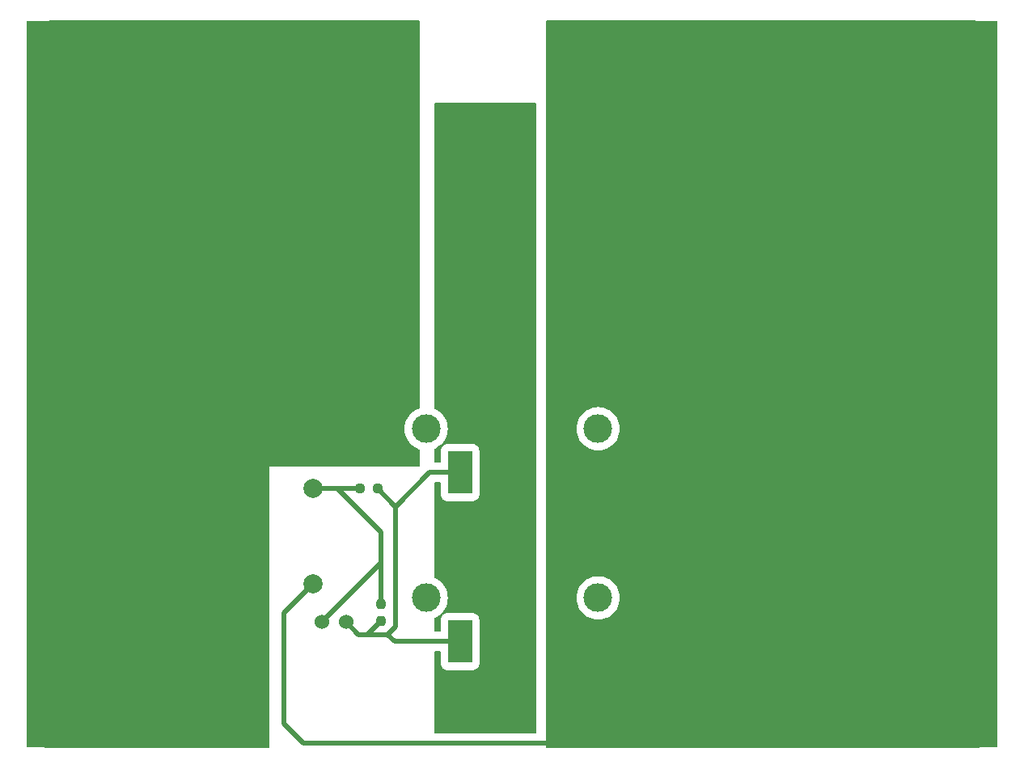
<source format=gtl>
G04 #@! TF.GenerationSoftware,KiCad,Pcbnew,7.0.5*
G04 #@! TF.CreationDate,2024-02-23T12:49:32-06:00*
G04 #@! TF.ProjectId,CoilFiringBoard_Hardware,436f696c-4669-4726-996e-67426f617264,rev?*
G04 #@! TF.SameCoordinates,Original*
G04 #@! TF.FileFunction,Copper,L1,Top*
G04 #@! TF.FilePolarity,Positive*
%FSLAX46Y46*%
G04 Gerber Fmt 4.6, Leading zero omitted, Abs format (unit mm)*
G04 Created by KiCad (PCBNEW 7.0.5) date 2024-02-23 12:49:32*
%MOMM*%
%LPD*%
G01*
G04 APERTURE LIST*
G04 Aperture macros list*
%AMRoundRect*
0 Rectangle with rounded corners*
0 $1 Rounding radius*
0 $2 $3 $4 $5 $6 $7 $8 $9 X,Y pos of 4 corners*
0 Add a 4 corners polygon primitive as box body*
4,1,4,$2,$3,$4,$5,$6,$7,$8,$9,$2,$3,0*
0 Add four circle primitives for the rounded corners*
1,1,$1+$1,$2,$3*
1,1,$1+$1,$4,$5*
1,1,$1+$1,$6,$7*
1,1,$1+$1,$8,$9*
0 Add four rect primitives between the rounded corners*
20,1,$1+$1,$2,$3,$4,$5,0*
20,1,$1+$1,$4,$5,$6,$7,0*
20,1,$1+$1,$6,$7,$8,$9,0*
20,1,$1+$1,$8,$9,$2,$3,0*%
G04 Aperture macros list end*
G04 #@! TA.AperFunction,ComponentPad*
%ADD10C,3.000000*%
G04 #@! TD*
G04 #@! TA.AperFunction,ComponentPad*
%ADD11R,25.400000X38.100000*%
G04 #@! TD*
G04 #@! TA.AperFunction,ComponentPad*
%ADD12C,2.000000*%
G04 #@! TD*
G04 #@! TA.AperFunction,ComponentPad*
%ADD13R,3.200000X3.200000*%
G04 #@! TD*
G04 #@! TA.AperFunction,ComponentPad*
%ADD14O,3.200000X3.200000*%
G04 #@! TD*
G04 #@! TA.AperFunction,ComponentPad*
%ADD15C,1.524000*%
G04 #@! TD*
G04 #@! TA.AperFunction,ComponentPad*
%ADD16C,3.800000*%
G04 #@! TD*
G04 #@! TA.AperFunction,SMDPad,CuDef*
%ADD17RoundRect,0.237500X0.237500X-0.250000X0.237500X0.250000X-0.237500X0.250000X-0.237500X-0.250000X0*%
G04 #@! TD*
G04 #@! TA.AperFunction,ComponentPad*
%ADD18R,2.500000X4.500000*%
G04 #@! TD*
G04 #@! TA.AperFunction,ComponentPad*
%ADD19O,2.500000X4.500000*%
G04 #@! TD*
G04 #@! TA.AperFunction,SMDPad,CuDef*
%ADD20RoundRect,0.237500X0.250000X0.237500X-0.250000X0.237500X-0.250000X-0.237500X0.250000X-0.237500X0*%
G04 #@! TD*
G04 #@! TA.AperFunction,Conductor*
%ADD21C,0.508000*%
G04 #@! TD*
G04 APERTURE END LIST*
D10*
X105300000Y-81356200D03*
X123300000Y-81356200D03*
D11*
X76200000Y-95662750D03*
D12*
X93472000Y-87630000D03*
X93472000Y-97630000D03*
D13*
X101600000Y-50254000D03*
D14*
X114300000Y-50254000D03*
D15*
X96899000Y-101596000D03*
X94359000Y-101596000D03*
D13*
X101600000Y-63500000D03*
D14*
X114300000Y-63500000D03*
D16*
X101600000Y-44196000D03*
D11*
X152400000Y-57753250D03*
D13*
X101600000Y-56896000D03*
D14*
X114300000Y-56896000D03*
D17*
X100584000Y-101496500D03*
X100584000Y-99671500D03*
D18*
X108850000Y-103632000D03*
D19*
X114300000Y-103632000D03*
X119750000Y-103632000D03*
D11*
X76200000Y-57753250D03*
D16*
X114300000Y-110744000D03*
D20*
X100226500Y-87630000D03*
X98401500Y-87630000D03*
D10*
X105300000Y-99060000D03*
X123300000Y-99060000D03*
D13*
X101600000Y-70104000D03*
D14*
X114300000Y-70104000D03*
D11*
X152400000Y-95662750D03*
D18*
X108850000Y-85935000D03*
D19*
X114300000Y-85935000D03*
X119750000Y-85935000D03*
D21*
X94359000Y-101596000D02*
X100584000Y-95371000D01*
X100584000Y-95250000D02*
X100584000Y-92202000D01*
X98401500Y-87630000D02*
X96012000Y-87630000D01*
X98298000Y-89916000D02*
X96012000Y-87630000D01*
X96012000Y-87630000D02*
X93472000Y-87630000D01*
X100584000Y-99671500D02*
X100584000Y-95250000D01*
X100584000Y-95371000D02*
X100584000Y-95250000D01*
X100584000Y-92202000D02*
X98298000Y-89916000D01*
X101283500Y-102932500D02*
X102108000Y-102108000D01*
X100226500Y-87630000D02*
X102108000Y-89511500D01*
X108850000Y-85935000D02*
X105684500Y-85935000D01*
X99148000Y-102932500D02*
X101283500Y-102932500D01*
X101983000Y-103632000D02*
X101283500Y-102932500D01*
X108850000Y-103632000D02*
X101983000Y-103632000D01*
X102108000Y-102108000D02*
X102108000Y-90932000D01*
X102108000Y-89511500D02*
X102108000Y-90932000D01*
X98235500Y-102932500D02*
X96899000Y-101596000D01*
X99148000Y-102932500D02*
X98235500Y-102932500D01*
X100584000Y-101496500D02*
X99148000Y-102932500D01*
X105684500Y-85935000D02*
X102108000Y-89511500D01*
X93472000Y-97630000D02*
X90424000Y-100678000D01*
X90424000Y-100678000D02*
X90424000Y-112268000D01*
X92456000Y-114300000D02*
X118364000Y-114300000D01*
X90424000Y-112268000D02*
X92456000Y-114300000D01*
G04 #@! TA.AperFunction,Conductor*
G36*
X104591039Y-38628185D02*
G01*
X104636794Y-38680989D01*
X104648000Y-38732500D01*
X104647999Y-79099366D01*
X104628314Y-79166405D01*
X104575510Y-79212160D01*
X104563859Y-79216785D01*
X104432315Y-79261439D01*
X104166332Y-79392607D01*
X104166317Y-79392616D01*
X103919720Y-79557387D01*
X103696737Y-79752937D01*
X103501187Y-79975920D01*
X103336416Y-80222517D01*
X103336407Y-80222532D01*
X103205238Y-80488517D01*
X103109905Y-80769356D01*
X103109902Y-80769370D01*
X103052045Y-81060240D01*
X103052041Y-81060267D01*
X103032645Y-81356192D01*
X103032645Y-81356207D01*
X103052041Y-81652132D01*
X103052042Y-81652142D01*
X103052043Y-81652149D01*
X103052045Y-81652159D01*
X103109902Y-81943029D01*
X103109905Y-81943043D01*
X103205235Y-82223874D01*
X103205244Y-82223895D01*
X103336409Y-82489870D01*
X103336416Y-82489883D01*
X103501187Y-82736479D01*
X103696737Y-82959462D01*
X103870866Y-83112168D01*
X103919722Y-83155014D01*
X104166322Y-83319787D01*
X104310228Y-83390753D01*
X104432304Y-83450955D01*
X104432307Y-83450956D01*
X104432321Y-83450963D01*
X104563858Y-83495614D01*
X104621012Y-83535801D01*
X104647365Y-83600511D01*
X104647999Y-83613032D01*
X104648000Y-85220000D01*
X104628315Y-85287039D01*
X104575512Y-85332794D01*
X104524000Y-85344000D01*
X88900000Y-85344000D01*
X88900000Y-114683500D01*
X88880315Y-114750539D01*
X88827511Y-114796294D01*
X88776000Y-114807500D01*
X66041741Y-114807500D01*
X66038264Y-114807402D01*
X65924508Y-114801013D01*
X65752330Y-114790599D01*
X65745683Y-114789835D01*
X65609655Y-114766722D01*
X65460780Y-114739440D01*
X65454789Y-114738032D01*
X65318604Y-114698798D01*
X65317322Y-114698413D01*
X65177183Y-114654744D01*
X65171899Y-114652831D01*
X65039426Y-114597959D01*
X65037707Y-114597216D01*
X64905398Y-114537668D01*
X64900851Y-114535393D01*
X64774613Y-114465624D01*
X64772528Y-114464419D01*
X64649064Y-114389781D01*
X64645260Y-114387287D01*
X64527272Y-114303571D01*
X64524912Y-114301811D01*
X64411666Y-114213088D01*
X64408589Y-114210512D01*
X64300568Y-114113980D01*
X64298041Y-114111590D01*
X64196408Y-114009957D01*
X64194018Y-114007430D01*
X64097486Y-113899409D01*
X64094910Y-113896332D01*
X64080874Y-113878416D01*
X64006176Y-113783072D01*
X64004427Y-113780726D01*
X63920711Y-113662738D01*
X63918217Y-113658934D01*
X63843579Y-113535470D01*
X63842374Y-113533385D01*
X63772605Y-113407147D01*
X63770330Y-113402600D01*
X63710754Y-113270227D01*
X63710058Y-113268617D01*
X63655164Y-113136092D01*
X63653259Y-113130830D01*
X63609569Y-112990624D01*
X63609200Y-112989394D01*
X63604307Y-112972409D01*
X63569963Y-112853198D01*
X63568561Y-112847232D01*
X63541288Y-112698416D01*
X63518161Y-112562299D01*
X63517401Y-112555691D01*
X63506989Y-112383549D01*
X63502686Y-112306927D01*
X63500598Y-112269735D01*
X63500500Y-112266259D01*
X63500500Y-41149739D01*
X63500598Y-41146262D01*
X63503140Y-41100980D01*
X63506993Y-41032372D01*
X63517401Y-40860304D01*
X63518160Y-40853704D01*
X63541281Y-40717623D01*
X63568562Y-40568758D01*
X63569960Y-40562810D01*
X63609225Y-40426518D01*
X63609552Y-40425428D01*
X63653264Y-40285155D01*
X63655159Y-40279921D01*
X63710080Y-40147330D01*
X63710732Y-40145820D01*
X63770343Y-40013370D01*
X63772599Y-40008861D01*
X63842393Y-39882579D01*
X63843542Y-39880591D01*
X63918221Y-39757057D01*
X63920701Y-39753274D01*
X64004461Y-39635226D01*
X64006145Y-39632967D01*
X64094932Y-39519638D01*
X64097472Y-39516605D01*
X64194052Y-39408531D01*
X64196373Y-39406077D01*
X64298077Y-39304373D01*
X64300531Y-39302052D01*
X64408605Y-39205472D01*
X64411638Y-39202932D01*
X64524967Y-39114145D01*
X64527226Y-39112461D01*
X64645274Y-39028701D01*
X64649057Y-39026221D01*
X64772591Y-38951542D01*
X64774579Y-38950393D01*
X64900861Y-38880599D01*
X64905370Y-38878343D01*
X65037820Y-38818732D01*
X65039330Y-38818080D01*
X65171921Y-38763159D01*
X65177155Y-38761264D01*
X65317428Y-38717552D01*
X65318518Y-38717225D01*
X65454810Y-38677960D01*
X65460758Y-38676562D01*
X65609626Y-38649281D01*
X65745704Y-38626160D01*
X65752304Y-38625401D01*
X65924288Y-38614998D01*
X66015501Y-38609875D01*
X66038264Y-38608598D01*
X66041740Y-38608500D01*
X104524000Y-38608500D01*
X104591039Y-38628185D01*
G37*
G04 #@! TD.AperFunction*
G04 #@! TA.AperFunction,Conductor*
G36*
X116783039Y-47263685D02*
G01*
X116828794Y-47316489D01*
X116840000Y-47368000D01*
X116840000Y-113159500D01*
X116820315Y-113226539D01*
X116767511Y-113272294D01*
X116716000Y-113283500D01*
X106296000Y-113283500D01*
X106228961Y-113263815D01*
X106183206Y-113211011D01*
X106172000Y-113159500D01*
X106172000Y-104772500D01*
X106191685Y-104705461D01*
X106244489Y-104659706D01*
X106296000Y-104648500D01*
X106713501Y-104648500D01*
X106780540Y-104668185D01*
X106826295Y-104720989D01*
X106837501Y-104772500D01*
X106837501Y-105932818D01*
X106848168Y-106037235D01*
X106848169Y-106037241D01*
X106904236Y-106206440D01*
X106997811Y-106358149D01*
X107123851Y-106484189D01*
X107275560Y-106577764D01*
X107444759Y-106633831D01*
X107549189Y-106644500D01*
X110150810Y-106644499D01*
X110255241Y-106633831D01*
X110424440Y-106577764D01*
X110576149Y-106484189D01*
X110702189Y-106358149D01*
X110795764Y-106206440D01*
X110851831Y-106037241D01*
X110862500Y-105932811D01*
X110862499Y-101331190D01*
X110851831Y-101226759D01*
X110795764Y-101057560D01*
X110702189Y-100905851D01*
X110576149Y-100779811D01*
X110424440Y-100686236D01*
X110329117Y-100654649D01*
X110255242Y-100630169D01*
X110255235Y-100630168D01*
X110150812Y-100619500D01*
X107549196Y-100619500D01*
X107549180Y-100619501D01*
X107444757Y-100630169D01*
X107275562Y-100686235D01*
X107275553Y-100686239D01*
X107123373Y-100780105D01*
X107055981Y-100798545D01*
X107005029Y-100782553D01*
X107020328Y-100833532D01*
X107001367Y-100899558D01*
X107001603Y-100899704D01*
X107001083Y-100900546D01*
X107001043Y-100900687D01*
X107000686Y-100901189D01*
X106904237Y-101057557D01*
X106904235Y-101057562D01*
X106848169Y-101226757D01*
X106848168Y-101226764D01*
X106837500Y-101331181D01*
X106837500Y-102491500D01*
X106817815Y-102558539D01*
X106765011Y-102604294D01*
X106713500Y-102615500D01*
X106296000Y-102615500D01*
X106228961Y-102595815D01*
X106183206Y-102543011D01*
X106172000Y-102491500D01*
X106172000Y-101229740D01*
X106191685Y-101162701D01*
X106241156Y-101118528D01*
X106364787Y-101057560D01*
X106433678Y-101023587D01*
X106680278Y-100858814D01*
X106814571Y-100741041D01*
X106877953Y-100711639D01*
X106944145Y-100720754D01*
X106935887Y-100654649D01*
X106965049Y-100592807D01*
X107098813Y-100440279D01*
X107098814Y-100440278D01*
X107263587Y-100193678D01*
X107394763Y-99927679D01*
X107490097Y-99646835D01*
X107547957Y-99355949D01*
X107567355Y-99060000D01*
X107567355Y-99059992D01*
X107547958Y-98764067D01*
X107547957Y-98764051D01*
X107490097Y-98473165D01*
X107394763Y-98192321D01*
X107388657Y-98179939D01*
X107263592Y-97926332D01*
X107263583Y-97926317D01*
X107261364Y-97922996D01*
X107098814Y-97679722D01*
X107055968Y-97630866D01*
X106903262Y-97456737D01*
X106680279Y-97261187D01*
X106433674Y-97096410D01*
X106241156Y-97001471D01*
X106189737Y-96954166D01*
X106172000Y-96890259D01*
X106172000Y-87075500D01*
X106191685Y-87008461D01*
X106244489Y-86962706D01*
X106296000Y-86951500D01*
X106713501Y-86951500D01*
X106780540Y-86971185D01*
X106826295Y-87023989D01*
X106837501Y-87075500D01*
X106837501Y-88235818D01*
X106848168Y-88340235D01*
X106848169Y-88340241D01*
X106904236Y-88509440D01*
X106997811Y-88661149D01*
X107123851Y-88787189D01*
X107275560Y-88880764D01*
X107444759Y-88936831D01*
X107549189Y-88947500D01*
X110150810Y-88947499D01*
X110255241Y-88936831D01*
X110424440Y-88880764D01*
X110576149Y-88787189D01*
X110702189Y-88661149D01*
X110795764Y-88509440D01*
X110851831Y-88340241D01*
X110862500Y-88235811D01*
X110862499Y-83634190D01*
X110851831Y-83529759D01*
X110795764Y-83360560D01*
X110702189Y-83208851D01*
X110576149Y-83082811D01*
X110424440Y-82989236D01*
X110383784Y-82975764D01*
X110255242Y-82933169D01*
X110255235Y-82933168D01*
X110150812Y-82922500D01*
X107549196Y-82922500D01*
X107549180Y-82922501D01*
X107444757Y-82933169D01*
X107275562Y-82989235D01*
X107275557Y-82989237D01*
X107123845Y-83082814D01*
X107118551Y-83087001D01*
X107053754Y-83113138D01*
X107052523Y-83112904D01*
X107037617Y-83164812D01*
X107020587Y-83186075D01*
X106997810Y-83208851D01*
X106904237Y-83360557D01*
X106904235Y-83360562D01*
X106848169Y-83529757D01*
X106848168Y-83529764D01*
X106837500Y-83634181D01*
X106837500Y-84794500D01*
X106817815Y-84861539D01*
X106765011Y-84907294D01*
X106713500Y-84918500D01*
X106296000Y-84918500D01*
X106228961Y-84898815D01*
X106183206Y-84846011D01*
X106172000Y-84794500D01*
X106172000Y-83525940D01*
X106191685Y-83458901D01*
X106241156Y-83414728D01*
X106351004Y-83360557D01*
X106433678Y-83319787D01*
X106680278Y-83155014D01*
X106851146Y-83005166D01*
X106914527Y-82975764D01*
X106920373Y-82976569D01*
X106940450Y-82918068D01*
X106948411Y-82907978D01*
X107098814Y-82736478D01*
X107263587Y-82489878D01*
X107394763Y-82223879D01*
X107490097Y-81943035D01*
X107547957Y-81652149D01*
X107567355Y-81356200D01*
X107567355Y-81356192D01*
X107547958Y-81060267D01*
X107547957Y-81060251D01*
X107490097Y-80769365D01*
X107394763Y-80488521D01*
X107388656Y-80476139D01*
X107263592Y-80222532D01*
X107263583Y-80222517D01*
X107261364Y-80219196D01*
X107098814Y-79975922D01*
X107055968Y-79927066D01*
X106903262Y-79752937D01*
X106680279Y-79557387D01*
X106433674Y-79392610D01*
X106241156Y-79297671D01*
X106189737Y-79250366D01*
X106172000Y-79186459D01*
X106172000Y-47368000D01*
X106191685Y-47300961D01*
X106244489Y-47255206D01*
X106296000Y-47244000D01*
X116716000Y-47244000D01*
X116783039Y-47263685D01*
G37*
G04 #@! TD.AperFunction*
G04 #@! TA.AperFunction,Conductor*
G36*
X162561736Y-38608598D02*
G01*
X162596351Y-38610541D01*
X162675549Y-38614989D01*
X162847691Y-38625401D01*
X162854299Y-38626161D01*
X162990416Y-38649288D01*
X163139232Y-38676561D01*
X163145198Y-38677963D01*
X163281426Y-38717209D01*
X163282624Y-38717569D01*
X163422830Y-38761259D01*
X163428092Y-38763164D01*
X163560617Y-38818058D01*
X163562227Y-38818754D01*
X163694609Y-38878334D01*
X163699147Y-38880605D01*
X163825385Y-38950374D01*
X163827451Y-38951568D01*
X163871408Y-38978141D01*
X163950934Y-39026217D01*
X163954738Y-39028711D01*
X164072726Y-39112427D01*
X164075072Y-39114176D01*
X164170416Y-39188874D01*
X164188332Y-39202910D01*
X164191409Y-39205486D01*
X164299430Y-39302018D01*
X164301957Y-39304408D01*
X164403590Y-39406041D01*
X164405980Y-39408568D01*
X164502512Y-39516589D01*
X164505088Y-39519666D01*
X164593811Y-39632912D01*
X164595571Y-39635272D01*
X164679287Y-39753260D01*
X164681781Y-39757064D01*
X164756419Y-39880528D01*
X164757624Y-39882613D01*
X164827393Y-40008851D01*
X164829668Y-40013398D01*
X164889216Y-40145707D01*
X164889959Y-40147426D01*
X164944831Y-40279899D01*
X164946744Y-40285183D01*
X164990413Y-40425322D01*
X164990798Y-40426604D01*
X165030032Y-40562789D01*
X165031440Y-40568780D01*
X165058722Y-40717655D01*
X165081835Y-40853683D01*
X165082599Y-40860330D01*
X165093013Y-41032508D01*
X165099402Y-41146263D01*
X165099500Y-41149740D01*
X165099500Y-112266259D01*
X165099402Y-112269736D01*
X165093013Y-112383490D01*
X165082599Y-112555668D01*
X165081835Y-112562315D01*
X165058722Y-112698343D01*
X165031440Y-112847218D01*
X165030032Y-112853209D01*
X164990798Y-112989394D01*
X164990413Y-112990676D01*
X164946744Y-113130815D01*
X164944831Y-113136099D01*
X164889959Y-113268572D01*
X164889216Y-113270291D01*
X164829668Y-113402600D01*
X164827393Y-113407147D01*
X164757624Y-113533385D01*
X164756419Y-113535470D01*
X164681781Y-113658934D01*
X164679287Y-113662738D01*
X164595571Y-113780726D01*
X164593811Y-113783086D01*
X164505088Y-113896332D01*
X164502512Y-113899409D01*
X164405980Y-114007430D01*
X164403590Y-114009957D01*
X164301957Y-114111590D01*
X164299430Y-114113980D01*
X164191409Y-114210512D01*
X164188332Y-114213088D01*
X164075086Y-114301811D01*
X164072726Y-114303571D01*
X163954738Y-114387287D01*
X163950934Y-114389781D01*
X163827470Y-114464419D01*
X163825385Y-114465624D01*
X163699147Y-114535393D01*
X163694600Y-114537668D01*
X163562291Y-114597216D01*
X163560572Y-114597959D01*
X163428099Y-114652831D01*
X163422815Y-114654744D01*
X163282676Y-114698413D01*
X163281394Y-114698798D01*
X163145209Y-114738032D01*
X163139218Y-114739440D01*
X162990343Y-114766722D01*
X162854315Y-114789835D01*
X162847668Y-114790599D01*
X162675490Y-114801013D01*
X162561736Y-114807402D01*
X162558259Y-114807500D01*
X117980000Y-114807500D01*
X117912961Y-114787815D01*
X117867206Y-114735011D01*
X117856000Y-114683500D01*
X117856000Y-99060007D01*
X121032645Y-99060007D01*
X121052041Y-99355932D01*
X121052042Y-99355942D01*
X121052043Y-99355949D01*
X121052045Y-99355959D01*
X121109902Y-99646829D01*
X121109905Y-99646843D01*
X121205235Y-99927674D01*
X121205244Y-99927695D01*
X121336409Y-100193670D01*
X121336416Y-100193683D01*
X121501187Y-100440279D01*
X121696737Y-100663262D01*
X121870866Y-100815968D01*
X121919722Y-100858814D01*
X122166322Y-101023587D01*
X122310228Y-101094553D01*
X122432304Y-101154755D01*
X122432309Y-101154757D01*
X122432321Y-101154763D01*
X122713165Y-101250097D01*
X123004051Y-101307957D01*
X123032474Y-101309820D01*
X123299993Y-101327355D01*
X123300000Y-101327355D01*
X123300007Y-101327355D01*
X123536927Y-101311825D01*
X123595949Y-101307957D01*
X123886835Y-101250097D01*
X124167679Y-101154763D01*
X124433678Y-101023587D01*
X124680278Y-100858814D01*
X124903262Y-100663262D01*
X125098814Y-100440278D01*
X125263587Y-100193678D01*
X125394763Y-99927679D01*
X125490097Y-99646835D01*
X125547957Y-99355949D01*
X125567355Y-99060000D01*
X125547957Y-98764051D01*
X125490097Y-98473165D01*
X125394763Y-98192321D01*
X125388657Y-98179939D01*
X125263592Y-97926332D01*
X125263583Y-97926317D01*
X125261364Y-97922996D01*
X125098814Y-97679722D01*
X125055968Y-97630866D01*
X124903262Y-97456737D01*
X124680279Y-97261187D01*
X124433683Y-97096416D01*
X124433680Y-97096414D01*
X124433678Y-97096413D01*
X124433666Y-97096407D01*
X124167695Y-96965244D01*
X124167674Y-96965235D01*
X123886843Y-96869905D01*
X123886837Y-96869903D01*
X123886835Y-96869903D01*
X123595949Y-96812043D01*
X123595942Y-96812042D01*
X123595932Y-96812041D01*
X123300007Y-96792645D01*
X123299993Y-96792645D01*
X123004067Y-96812041D01*
X123004055Y-96812042D01*
X123004051Y-96812043D01*
X123004043Y-96812044D01*
X123004040Y-96812045D01*
X122713170Y-96869902D01*
X122713156Y-96869905D01*
X122432317Y-96965238D01*
X122166332Y-97096407D01*
X122166317Y-97096416D01*
X121919720Y-97261187D01*
X121696737Y-97456737D01*
X121501187Y-97679720D01*
X121336416Y-97926317D01*
X121336407Y-97926332D01*
X121205238Y-98192317D01*
X121109905Y-98473156D01*
X121109902Y-98473170D01*
X121052045Y-98764040D01*
X121052041Y-98764067D01*
X121032645Y-99059992D01*
X121032645Y-99060007D01*
X117856000Y-99060007D01*
X117856000Y-81356207D01*
X121032645Y-81356207D01*
X121052041Y-81652132D01*
X121052042Y-81652142D01*
X121052043Y-81652149D01*
X121052045Y-81652159D01*
X121109902Y-81943029D01*
X121109905Y-81943043D01*
X121205235Y-82223874D01*
X121205244Y-82223895D01*
X121336409Y-82489870D01*
X121336416Y-82489883D01*
X121501187Y-82736479D01*
X121696737Y-82959462D01*
X121870866Y-83112168D01*
X121919722Y-83155014D01*
X122166322Y-83319787D01*
X122310228Y-83390753D01*
X122432304Y-83450955D01*
X122432309Y-83450957D01*
X122432321Y-83450963D01*
X122713165Y-83546297D01*
X123004051Y-83604157D01*
X123032474Y-83606020D01*
X123299993Y-83623555D01*
X123300000Y-83623555D01*
X123300007Y-83623555D01*
X123536927Y-83608025D01*
X123595949Y-83604157D01*
X123886835Y-83546297D01*
X124167679Y-83450963D01*
X124433678Y-83319787D01*
X124680278Y-83155014D01*
X124903262Y-82959462D01*
X125098814Y-82736478D01*
X125263587Y-82489878D01*
X125394763Y-82223879D01*
X125490097Y-81943035D01*
X125547957Y-81652149D01*
X125567355Y-81356200D01*
X125547957Y-81060251D01*
X125490097Y-80769365D01*
X125394763Y-80488521D01*
X125388657Y-80476139D01*
X125263592Y-80222532D01*
X125263583Y-80222517D01*
X125261364Y-80219196D01*
X125098814Y-79975922D01*
X125055968Y-79927066D01*
X124903262Y-79752937D01*
X124680279Y-79557387D01*
X124433683Y-79392616D01*
X124433680Y-79392614D01*
X124433678Y-79392613D01*
X124433666Y-79392607D01*
X124167695Y-79261444D01*
X124167674Y-79261435D01*
X123886843Y-79166105D01*
X123886837Y-79166103D01*
X123886835Y-79166103D01*
X123595949Y-79108243D01*
X123595942Y-79108242D01*
X123595932Y-79108241D01*
X123300007Y-79088845D01*
X123299993Y-79088845D01*
X123004067Y-79108241D01*
X123004055Y-79108242D01*
X123004051Y-79108243D01*
X123004043Y-79108244D01*
X123004040Y-79108245D01*
X122713170Y-79166102D01*
X122713156Y-79166105D01*
X122432317Y-79261438D01*
X122166332Y-79392607D01*
X122166317Y-79392616D01*
X121919720Y-79557387D01*
X121696737Y-79752937D01*
X121501187Y-79975920D01*
X121336416Y-80222517D01*
X121336407Y-80222532D01*
X121205238Y-80488517D01*
X121109905Y-80769356D01*
X121109902Y-80769370D01*
X121052045Y-81060240D01*
X121052041Y-81060267D01*
X121032645Y-81356192D01*
X121032645Y-81356207D01*
X117856000Y-81356207D01*
X117856000Y-38732500D01*
X117875685Y-38665461D01*
X117928489Y-38619706D01*
X117980000Y-38608500D01*
X162558260Y-38608500D01*
X162561736Y-38608598D01*
G37*
G04 #@! TD.AperFunction*
M02*

</source>
